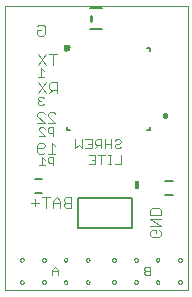
<source format=gbo>
G75*
%MOIN*%
%OFA0B0*%
%FSLAX25Y25*%
%IPPOS*%
%LPD*%
%AMOC8*
5,1,8,0,0,1.08239X$1,22.5*
%
%ADD10C,0.00000*%
%ADD11C,0.00300*%
%ADD12C,0.00400*%
%ADD13C,0.00500*%
%ADD14R,0.02362X0.02362*%
%ADD15C,0.00800*%
%ADD16C,0.00984*%
%ADD17C,0.01600*%
%ADD18C,0.00600*%
%ADD19R,0.01600X0.02800*%
D10*
X0051468Y0044415D02*
X0112491Y0044415D01*
X0112491Y0087722D01*
X0112491Y0079848D02*
X0112491Y0138903D01*
X0051468Y0138903D01*
X0051468Y0044415D01*
X0056625Y0047013D02*
X0056627Y0047061D01*
X0056633Y0047109D01*
X0056643Y0047156D01*
X0056656Y0047202D01*
X0056674Y0047247D01*
X0056694Y0047291D01*
X0056719Y0047333D01*
X0056747Y0047372D01*
X0056777Y0047409D01*
X0056811Y0047443D01*
X0056848Y0047475D01*
X0056886Y0047504D01*
X0056927Y0047529D01*
X0056970Y0047551D01*
X0057015Y0047569D01*
X0057061Y0047583D01*
X0057108Y0047594D01*
X0057156Y0047601D01*
X0057204Y0047604D01*
X0057252Y0047603D01*
X0057300Y0047598D01*
X0057348Y0047589D01*
X0057394Y0047577D01*
X0057439Y0047560D01*
X0057483Y0047540D01*
X0057525Y0047517D01*
X0057565Y0047490D01*
X0057603Y0047460D01*
X0057638Y0047427D01*
X0057670Y0047391D01*
X0057700Y0047353D01*
X0057726Y0047312D01*
X0057748Y0047269D01*
X0057768Y0047225D01*
X0057783Y0047180D01*
X0057795Y0047133D01*
X0057803Y0047085D01*
X0057807Y0047037D01*
X0057807Y0046989D01*
X0057803Y0046941D01*
X0057795Y0046893D01*
X0057783Y0046846D01*
X0057768Y0046801D01*
X0057748Y0046757D01*
X0057726Y0046714D01*
X0057700Y0046673D01*
X0057670Y0046635D01*
X0057638Y0046599D01*
X0057603Y0046566D01*
X0057565Y0046536D01*
X0057525Y0046509D01*
X0057483Y0046486D01*
X0057439Y0046466D01*
X0057394Y0046449D01*
X0057348Y0046437D01*
X0057300Y0046428D01*
X0057252Y0046423D01*
X0057204Y0046422D01*
X0057156Y0046425D01*
X0057108Y0046432D01*
X0057061Y0046443D01*
X0057015Y0046457D01*
X0056970Y0046475D01*
X0056927Y0046497D01*
X0056886Y0046522D01*
X0056848Y0046551D01*
X0056811Y0046583D01*
X0056777Y0046617D01*
X0056747Y0046654D01*
X0056719Y0046693D01*
X0056694Y0046735D01*
X0056674Y0046779D01*
X0056656Y0046824D01*
X0056643Y0046870D01*
X0056633Y0046917D01*
X0056627Y0046965D01*
X0056625Y0047013D01*
X0056625Y0054415D02*
X0056627Y0054463D01*
X0056633Y0054511D01*
X0056643Y0054558D01*
X0056656Y0054604D01*
X0056674Y0054649D01*
X0056694Y0054693D01*
X0056719Y0054735D01*
X0056747Y0054774D01*
X0056777Y0054811D01*
X0056811Y0054845D01*
X0056848Y0054877D01*
X0056886Y0054906D01*
X0056927Y0054931D01*
X0056970Y0054953D01*
X0057015Y0054971D01*
X0057061Y0054985D01*
X0057108Y0054996D01*
X0057156Y0055003D01*
X0057204Y0055006D01*
X0057252Y0055005D01*
X0057300Y0055000D01*
X0057348Y0054991D01*
X0057394Y0054979D01*
X0057439Y0054962D01*
X0057483Y0054942D01*
X0057525Y0054919D01*
X0057565Y0054892D01*
X0057603Y0054862D01*
X0057638Y0054829D01*
X0057670Y0054793D01*
X0057700Y0054755D01*
X0057726Y0054714D01*
X0057748Y0054671D01*
X0057768Y0054627D01*
X0057783Y0054582D01*
X0057795Y0054535D01*
X0057803Y0054487D01*
X0057807Y0054439D01*
X0057807Y0054391D01*
X0057803Y0054343D01*
X0057795Y0054295D01*
X0057783Y0054248D01*
X0057768Y0054203D01*
X0057748Y0054159D01*
X0057726Y0054116D01*
X0057700Y0054075D01*
X0057670Y0054037D01*
X0057638Y0054001D01*
X0057603Y0053968D01*
X0057565Y0053938D01*
X0057525Y0053911D01*
X0057483Y0053888D01*
X0057439Y0053868D01*
X0057394Y0053851D01*
X0057348Y0053839D01*
X0057300Y0053830D01*
X0057252Y0053825D01*
X0057204Y0053824D01*
X0057156Y0053827D01*
X0057108Y0053834D01*
X0057061Y0053845D01*
X0057015Y0053859D01*
X0056970Y0053877D01*
X0056927Y0053899D01*
X0056886Y0053924D01*
X0056848Y0053953D01*
X0056811Y0053985D01*
X0056777Y0054019D01*
X0056747Y0054056D01*
X0056719Y0054095D01*
X0056694Y0054137D01*
X0056674Y0054181D01*
X0056656Y0054226D01*
X0056643Y0054272D01*
X0056633Y0054319D01*
X0056627Y0054367D01*
X0056625Y0054415D01*
X0064026Y0054415D02*
X0064028Y0054463D01*
X0064034Y0054511D01*
X0064044Y0054558D01*
X0064057Y0054604D01*
X0064075Y0054649D01*
X0064095Y0054693D01*
X0064120Y0054735D01*
X0064148Y0054774D01*
X0064178Y0054811D01*
X0064212Y0054845D01*
X0064249Y0054877D01*
X0064287Y0054906D01*
X0064328Y0054931D01*
X0064371Y0054953D01*
X0064416Y0054971D01*
X0064462Y0054985D01*
X0064509Y0054996D01*
X0064557Y0055003D01*
X0064605Y0055006D01*
X0064653Y0055005D01*
X0064701Y0055000D01*
X0064749Y0054991D01*
X0064795Y0054979D01*
X0064840Y0054962D01*
X0064884Y0054942D01*
X0064926Y0054919D01*
X0064966Y0054892D01*
X0065004Y0054862D01*
X0065039Y0054829D01*
X0065071Y0054793D01*
X0065101Y0054755D01*
X0065127Y0054714D01*
X0065149Y0054671D01*
X0065169Y0054627D01*
X0065184Y0054582D01*
X0065196Y0054535D01*
X0065204Y0054487D01*
X0065208Y0054439D01*
X0065208Y0054391D01*
X0065204Y0054343D01*
X0065196Y0054295D01*
X0065184Y0054248D01*
X0065169Y0054203D01*
X0065149Y0054159D01*
X0065127Y0054116D01*
X0065101Y0054075D01*
X0065071Y0054037D01*
X0065039Y0054001D01*
X0065004Y0053968D01*
X0064966Y0053938D01*
X0064926Y0053911D01*
X0064884Y0053888D01*
X0064840Y0053868D01*
X0064795Y0053851D01*
X0064749Y0053839D01*
X0064701Y0053830D01*
X0064653Y0053825D01*
X0064605Y0053824D01*
X0064557Y0053827D01*
X0064509Y0053834D01*
X0064462Y0053845D01*
X0064416Y0053859D01*
X0064371Y0053877D01*
X0064328Y0053899D01*
X0064287Y0053924D01*
X0064249Y0053953D01*
X0064212Y0053985D01*
X0064178Y0054019D01*
X0064148Y0054056D01*
X0064120Y0054095D01*
X0064095Y0054137D01*
X0064075Y0054181D01*
X0064057Y0054226D01*
X0064044Y0054272D01*
X0064034Y0054319D01*
X0064028Y0054367D01*
X0064026Y0054415D01*
X0064026Y0047013D02*
X0064028Y0047061D01*
X0064034Y0047109D01*
X0064044Y0047156D01*
X0064057Y0047202D01*
X0064075Y0047247D01*
X0064095Y0047291D01*
X0064120Y0047333D01*
X0064148Y0047372D01*
X0064178Y0047409D01*
X0064212Y0047443D01*
X0064249Y0047475D01*
X0064287Y0047504D01*
X0064328Y0047529D01*
X0064371Y0047551D01*
X0064416Y0047569D01*
X0064462Y0047583D01*
X0064509Y0047594D01*
X0064557Y0047601D01*
X0064605Y0047604D01*
X0064653Y0047603D01*
X0064701Y0047598D01*
X0064749Y0047589D01*
X0064795Y0047577D01*
X0064840Y0047560D01*
X0064884Y0047540D01*
X0064926Y0047517D01*
X0064966Y0047490D01*
X0065004Y0047460D01*
X0065039Y0047427D01*
X0065071Y0047391D01*
X0065101Y0047353D01*
X0065127Y0047312D01*
X0065149Y0047269D01*
X0065169Y0047225D01*
X0065184Y0047180D01*
X0065196Y0047133D01*
X0065204Y0047085D01*
X0065208Y0047037D01*
X0065208Y0046989D01*
X0065204Y0046941D01*
X0065196Y0046893D01*
X0065184Y0046846D01*
X0065169Y0046801D01*
X0065149Y0046757D01*
X0065127Y0046714D01*
X0065101Y0046673D01*
X0065071Y0046635D01*
X0065039Y0046599D01*
X0065004Y0046566D01*
X0064966Y0046536D01*
X0064926Y0046509D01*
X0064884Y0046486D01*
X0064840Y0046466D01*
X0064795Y0046449D01*
X0064749Y0046437D01*
X0064701Y0046428D01*
X0064653Y0046423D01*
X0064605Y0046422D01*
X0064557Y0046425D01*
X0064509Y0046432D01*
X0064462Y0046443D01*
X0064416Y0046457D01*
X0064371Y0046475D01*
X0064328Y0046497D01*
X0064287Y0046522D01*
X0064249Y0046551D01*
X0064212Y0046583D01*
X0064178Y0046617D01*
X0064148Y0046654D01*
X0064120Y0046693D01*
X0064095Y0046735D01*
X0064075Y0046779D01*
X0064057Y0046824D01*
X0064044Y0046870D01*
X0064034Y0046917D01*
X0064028Y0046965D01*
X0064026Y0047013D01*
X0071192Y0047013D02*
X0071194Y0047061D01*
X0071200Y0047109D01*
X0071210Y0047156D01*
X0071223Y0047202D01*
X0071241Y0047247D01*
X0071261Y0047291D01*
X0071286Y0047333D01*
X0071314Y0047372D01*
X0071344Y0047409D01*
X0071378Y0047443D01*
X0071415Y0047475D01*
X0071453Y0047504D01*
X0071494Y0047529D01*
X0071537Y0047551D01*
X0071582Y0047569D01*
X0071628Y0047583D01*
X0071675Y0047594D01*
X0071723Y0047601D01*
X0071771Y0047604D01*
X0071819Y0047603D01*
X0071867Y0047598D01*
X0071915Y0047589D01*
X0071961Y0047577D01*
X0072006Y0047560D01*
X0072050Y0047540D01*
X0072092Y0047517D01*
X0072132Y0047490D01*
X0072170Y0047460D01*
X0072205Y0047427D01*
X0072237Y0047391D01*
X0072267Y0047353D01*
X0072293Y0047312D01*
X0072315Y0047269D01*
X0072335Y0047225D01*
X0072350Y0047180D01*
X0072362Y0047133D01*
X0072370Y0047085D01*
X0072374Y0047037D01*
X0072374Y0046989D01*
X0072370Y0046941D01*
X0072362Y0046893D01*
X0072350Y0046846D01*
X0072335Y0046801D01*
X0072315Y0046757D01*
X0072293Y0046714D01*
X0072267Y0046673D01*
X0072237Y0046635D01*
X0072205Y0046599D01*
X0072170Y0046566D01*
X0072132Y0046536D01*
X0072092Y0046509D01*
X0072050Y0046486D01*
X0072006Y0046466D01*
X0071961Y0046449D01*
X0071915Y0046437D01*
X0071867Y0046428D01*
X0071819Y0046423D01*
X0071771Y0046422D01*
X0071723Y0046425D01*
X0071675Y0046432D01*
X0071628Y0046443D01*
X0071582Y0046457D01*
X0071537Y0046475D01*
X0071494Y0046497D01*
X0071453Y0046522D01*
X0071415Y0046551D01*
X0071378Y0046583D01*
X0071344Y0046617D01*
X0071314Y0046654D01*
X0071286Y0046693D01*
X0071261Y0046735D01*
X0071241Y0046779D01*
X0071223Y0046824D01*
X0071210Y0046870D01*
X0071200Y0046917D01*
X0071194Y0046965D01*
X0071192Y0047013D01*
X0071192Y0054415D02*
X0071194Y0054463D01*
X0071200Y0054511D01*
X0071210Y0054558D01*
X0071223Y0054604D01*
X0071241Y0054649D01*
X0071261Y0054693D01*
X0071286Y0054735D01*
X0071314Y0054774D01*
X0071344Y0054811D01*
X0071378Y0054845D01*
X0071415Y0054877D01*
X0071453Y0054906D01*
X0071494Y0054931D01*
X0071537Y0054953D01*
X0071582Y0054971D01*
X0071628Y0054985D01*
X0071675Y0054996D01*
X0071723Y0055003D01*
X0071771Y0055006D01*
X0071819Y0055005D01*
X0071867Y0055000D01*
X0071915Y0054991D01*
X0071961Y0054979D01*
X0072006Y0054962D01*
X0072050Y0054942D01*
X0072092Y0054919D01*
X0072132Y0054892D01*
X0072170Y0054862D01*
X0072205Y0054829D01*
X0072237Y0054793D01*
X0072267Y0054755D01*
X0072293Y0054714D01*
X0072315Y0054671D01*
X0072335Y0054627D01*
X0072350Y0054582D01*
X0072362Y0054535D01*
X0072370Y0054487D01*
X0072374Y0054439D01*
X0072374Y0054391D01*
X0072370Y0054343D01*
X0072362Y0054295D01*
X0072350Y0054248D01*
X0072335Y0054203D01*
X0072315Y0054159D01*
X0072293Y0054116D01*
X0072267Y0054075D01*
X0072237Y0054037D01*
X0072205Y0054001D01*
X0072170Y0053968D01*
X0072132Y0053938D01*
X0072092Y0053911D01*
X0072050Y0053888D01*
X0072006Y0053868D01*
X0071961Y0053851D01*
X0071915Y0053839D01*
X0071867Y0053830D01*
X0071819Y0053825D01*
X0071771Y0053824D01*
X0071723Y0053827D01*
X0071675Y0053834D01*
X0071628Y0053845D01*
X0071582Y0053859D01*
X0071537Y0053877D01*
X0071494Y0053899D01*
X0071453Y0053924D01*
X0071415Y0053953D01*
X0071378Y0053985D01*
X0071344Y0054019D01*
X0071314Y0054056D01*
X0071286Y0054095D01*
X0071261Y0054137D01*
X0071241Y0054181D01*
X0071223Y0054226D01*
X0071210Y0054272D01*
X0071200Y0054319D01*
X0071194Y0054367D01*
X0071192Y0054415D01*
X0078593Y0054415D02*
X0078595Y0054463D01*
X0078601Y0054511D01*
X0078611Y0054558D01*
X0078624Y0054604D01*
X0078642Y0054649D01*
X0078662Y0054693D01*
X0078687Y0054735D01*
X0078715Y0054774D01*
X0078745Y0054811D01*
X0078779Y0054845D01*
X0078816Y0054877D01*
X0078854Y0054906D01*
X0078895Y0054931D01*
X0078938Y0054953D01*
X0078983Y0054971D01*
X0079029Y0054985D01*
X0079076Y0054996D01*
X0079124Y0055003D01*
X0079172Y0055006D01*
X0079220Y0055005D01*
X0079268Y0055000D01*
X0079316Y0054991D01*
X0079362Y0054979D01*
X0079407Y0054962D01*
X0079451Y0054942D01*
X0079493Y0054919D01*
X0079533Y0054892D01*
X0079571Y0054862D01*
X0079606Y0054829D01*
X0079638Y0054793D01*
X0079668Y0054755D01*
X0079694Y0054714D01*
X0079716Y0054671D01*
X0079736Y0054627D01*
X0079751Y0054582D01*
X0079763Y0054535D01*
X0079771Y0054487D01*
X0079775Y0054439D01*
X0079775Y0054391D01*
X0079771Y0054343D01*
X0079763Y0054295D01*
X0079751Y0054248D01*
X0079736Y0054203D01*
X0079716Y0054159D01*
X0079694Y0054116D01*
X0079668Y0054075D01*
X0079638Y0054037D01*
X0079606Y0054001D01*
X0079571Y0053968D01*
X0079533Y0053938D01*
X0079493Y0053911D01*
X0079451Y0053888D01*
X0079407Y0053868D01*
X0079362Y0053851D01*
X0079316Y0053839D01*
X0079268Y0053830D01*
X0079220Y0053825D01*
X0079172Y0053824D01*
X0079124Y0053827D01*
X0079076Y0053834D01*
X0079029Y0053845D01*
X0078983Y0053859D01*
X0078938Y0053877D01*
X0078895Y0053899D01*
X0078854Y0053924D01*
X0078816Y0053953D01*
X0078779Y0053985D01*
X0078745Y0054019D01*
X0078715Y0054056D01*
X0078687Y0054095D01*
X0078662Y0054137D01*
X0078642Y0054181D01*
X0078624Y0054226D01*
X0078611Y0054272D01*
X0078601Y0054319D01*
X0078595Y0054367D01*
X0078593Y0054415D01*
X0078593Y0047013D02*
X0078595Y0047061D01*
X0078601Y0047109D01*
X0078611Y0047156D01*
X0078624Y0047202D01*
X0078642Y0047247D01*
X0078662Y0047291D01*
X0078687Y0047333D01*
X0078715Y0047372D01*
X0078745Y0047409D01*
X0078779Y0047443D01*
X0078816Y0047475D01*
X0078854Y0047504D01*
X0078895Y0047529D01*
X0078938Y0047551D01*
X0078983Y0047569D01*
X0079029Y0047583D01*
X0079076Y0047594D01*
X0079124Y0047601D01*
X0079172Y0047604D01*
X0079220Y0047603D01*
X0079268Y0047598D01*
X0079316Y0047589D01*
X0079362Y0047577D01*
X0079407Y0047560D01*
X0079451Y0047540D01*
X0079493Y0047517D01*
X0079533Y0047490D01*
X0079571Y0047460D01*
X0079606Y0047427D01*
X0079638Y0047391D01*
X0079668Y0047353D01*
X0079694Y0047312D01*
X0079716Y0047269D01*
X0079736Y0047225D01*
X0079751Y0047180D01*
X0079763Y0047133D01*
X0079771Y0047085D01*
X0079775Y0047037D01*
X0079775Y0046989D01*
X0079771Y0046941D01*
X0079763Y0046893D01*
X0079751Y0046846D01*
X0079736Y0046801D01*
X0079716Y0046757D01*
X0079694Y0046714D01*
X0079668Y0046673D01*
X0079638Y0046635D01*
X0079606Y0046599D01*
X0079571Y0046566D01*
X0079533Y0046536D01*
X0079493Y0046509D01*
X0079451Y0046486D01*
X0079407Y0046466D01*
X0079362Y0046449D01*
X0079316Y0046437D01*
X0079268Y0046428D01*
X0079220Y0046423D01*
X0079172Y0046422D01*
X0079124Y0046425D01*
X0079076Y0046432D01*
X0079029Y0046443D01*
X0078983Y0046457D01*
X0078938Y0046475D01*
X0078895Y0046497D01*
X0078854Y0046522D01*
X0078816Y0046551D01*
X0078779Y0046583D01*
X0078745Y0046617D01*
X0078715Y0046654D01*
X0078687Y0046693D01*
X0078662Y0046735D01*
X0078642Y0046779D01*
X0078624Y0046824D01*
X0078611Y0046870D01*
X0078601Y0046917D01*
X0078595Y0046965D01*
X0078593Y0047013D01*
X0087333Y0047013D02*
X0087335Y0047061D01*
X0087341Y0047109D01*
X0087351Y0047156D01*
X0087364Y0047202D01*
X0087382Y0047247D01*
X0087402Y0047291D01*
X0087427Y0047333D01*
X0087455Y0047372D01*
X0087485Y0047409D01*
X0087519Y0047443D01*
X0087556Y0047475D01*
X0087594Y0047504D01*
X0087635Y0047529D01*
X0087678Y0047551D01*
X0087723Y0047569D01*
X0087769Y0047583D01*
X0087816Y0047594D01*
X0087864Y0047601D01*
X0087912Y0047604D01*
X0087960Y0047603D01*
X0088008Y0047598D01*
X0088056Y0047589D01*
X0088102Y0047577D01*
X0088147Y0047560D01*
X0088191Y0047540D01*
X0088233Y0047517D01*
X0088273Y0047490D01*
X0088311Y0047460D01*
X0088346Y0047427D01*
X0088378Y0047391D01*
X0088408Y0047353D01*
X0088434Y0047312D01*
X0088456Y0047269D01*
X0088476Y0047225D01*
X0088491Y0047180D01*
X0088503Y0047133D01*
X0088511Y0047085D01*
X0088515Y0047037D01*
X0088515Y0046989D01*
X0088511Y0046941D01*
X0088503Y0046893D01*
X0088491Y0046846D01*
X0088476Y0046801D01*
X0088456Y0046757D01*
X0088434Y0046714D01*
X0088408Y0046673D01*
X0088378Y0046635D01*
X0088346Y0046599D01*
X0088311Y0046566D01*
X0088273Y0046536D01*
X0088233Y0046509D01*
X0088191Y0046486D01*
X0088147Y0046466D01*
X0088102Y0046449D01*
X0088056Y0046437D01*
X0088008Y0046428D01*
X0087960Y0046423D01*
X0087912Y0046422D01*
X0087864Y0046425D01*
X0087816Y0046432D01*
X0087769Y0046443D01*
X0087723Y0046457D01*
X0087678Y0046475D01*
X0087635Y0046497D01*
X0087594Y0046522D01*
X0087556Y0046551D01*
X0087519Y0046583D01*
X0087485Y0046617D01*
X0087455Y0046654D01*
X0087427Y0046693D01*
X0087402Y0046735D01*
X0087382Y0046779D01*
X0087364Y0046824D01*
X0087351Y0046870D01*
X0087341Y0046917D01*
X0087335Y0046965D01*
X0087333Y0047013D01*
X0087333Y0054415D02*
X0087335Y0054463D01*
X0087341Y0054511D01*
X0087351Y0054558D01*
X0087364Y0054604D01*
X0087382Y0054649D01*
X0087402Y0054693D01*
X0087427Y0054735D01*
X0087455Y0054774D01*
X0087485Y0054811D01*
X0087519Y0054845D01*
X0087556Y0054877D01*
X0087594Y0054906D01*
X0087635Y0054931D01*
X0087678Y0054953D01*
X0087723Y0054971D01*
X0087769Y0054985D01*
X0087816Y0054996D01*
X0087864Y0055003D01*
X0087912Y0055006D01*
X0087960Y0055005D01*
X0088008Y0055000D01*
X0088056Y0054991D01*
X0088102Y0054979D01*
X0088147Y0054962D01*
X0088191Y0054942D01*
X0088233Y0054919D01*
X0088273Y0054892D01*
X0088311Y0054862D01*
X0088346Y0054829D01*
X0088378Y0054793D01*
X0088408Y0054755D01*
X0088434Y0054714D01*
X0088456Y0054671D01*
X0088476Y0054627D01*
X0088491Y0054582D01*
X0088503Y0054535D01*
X0088511Y0054487D01*
X0088515Y0054439D01*
X0088515Y0054391D01*
X0088511Y0054343D01*
X0088503Y0054295D01*
X0088491Y0054248D01*
X0088476Y0054203D01*
X0088456Y0054159D01*
X0088434Y0054116D01*
X0088408Y0054075D01*
X0088378Y0054037D01*
X0088346Y0054001D01*
X0088311Y0053968D01*
X0088273Y0053938D01*
X0088233Y0053911D01*
X0088191Y0053888D01*
X0088147Y0053868D01*
X0088102Y0053851D01*
X0088056Y0053839D01*
X0088008Y0053830D01*
X0087960Y0053825D01*
X0087912Y0053824D01*
X0087864Y0053827D01*
X0087816Y0053834D01*
X0087769Y0053845D01*
X0087723Y0053859D01*
X0087678Y0053877D01*
X0087635Y0053899D01*
X0087594Y0053924D01*
X0087556Y0053953D01*
X0087519Y0053985D01*
X0087485Y0054019D01*
X0087455Y0054056D01*
X0087427Y0054095D01*
X0087402Y0054137D01*
X0087382Y0054181D01*
X0087364Y0054226D01*
X0087351Y0054272D01*
X0087341Y0054319D01*
X0087335Y0054367D01*
X0087333Y0054415D01*
X0094735Y0054415D02*
X0094737Y0054463D01*
X0094743Y0054511D01*
X0094753Y0054558D01*
X0094766Y0054604D01*
X0094784Y0054649D01*
X0094804Y0054693D01*
X0094829Y0054735D01*
X0094857Y0054774D01*
X0094887Y0054811D01*
X0094921Y0054845D01*
X0094958Y0054877D01*
X0094996Y0054906D01*
X0095037Y0054931D01*
X0095080Y0054953D01*
X0095125Y0054971D01*
X0095171Y0054985D01*
X0095218Y0054996D01*
X0095266Y0055003D01*
X0095314Y0055006D01*
X0095362Y0055005D01*
X0095410Y0055000D01*
X0095458Y0054991D01*
X0095504Y0054979D01*
X0095549Y0054962D01*
X0095593Y0054942D01*
X0095635Y0054919D01*
X0095675Y0054892D01*
X0095713Y0054862D01*
X0095748Y0054829D01*
X0095780Y0054793D01*
X0095810Y0054755D01*
X0095836Y0054714D01*
X0095858Y0054671D01*
X0095878Y0054627D01*
X0095893Y0054582D01*
X0095905Y0054535D01*
X0095913Y0054487D01*
X0095917Y0054439D01*
X0095917Y0054391D01*
X0095913Y0054343D01*
X0095905Y0054295D01*
X0095893Y0054248D01*
X0095878Y0054203D01*
X0095858Y0054159D01*
X0095836Y0054116D01*
X0095810Y0054075D01*
X0095780Y0054037D01*
X0095748Y0054001D01*
X0095713Y0053968D01*
X0095675Y0053938D01*
X0095635Y0053911D01*
X0095593Y0053888D01*
X0095549Y0053868D01*
X0095504Y0053851D01*
X0095458Y0053839D01*
X0095410Y0053830D01*
X0095362Y0053825D01*
X0095314Y0053824D01*
X0095266Y0053827D01*
X0095218Y0053834D01*
X0095171Y0053845D01*
X0095125Y0053859D01*
X0095080Y0053877D01*
X0095037Y0053899D01*
X0094996Y0053924D01*
X0094958Y0053953D01*
X0094921Y0053985D01*
X0094887Y0054019D01*
X0094857Y0054056D01*
X0094829Y0054095D01*
X0094804Y0054137D01*
X0094784Y0054181D01*
X0094766Y0054226D01*
X0094753Y0054272D01*
X0094743Y0054319D01*
X0094737Y0054367D01*
X0094735Y0054415D01*
X0094735Y0047013D02*
X0094737Y0047061D01*
X0094743Y0047109D01*
X0094753Y0047156D01*
X0094766Y0047202D01*
X0094784Y0047247D01*
X0094804Y0047291D01*
X0094829Y0047333D01*
X0094857Y0047372D01*
X0094887Y0047409D01*
X0094921Y0047443D01*
X0094958Y0047475D01*
X0094996Y0047504D01*
X0095037Y0047529D01*
X0095080Y0047551D01*
X0095125Y0047569D01*
X0095171Y0047583D01*
X0095218Y0047594D01*
X0095266Y0047601D01*
X0095314Y0047604D01*
X0095362Y0047603D01*
X0095410Y0047598D01*
X0095458Y0047589D01*
X0095504Y0047577D01*
X0095549Y0047560D01*
X0095593Y0047540D01*
X0095635Y0047517D01*
X0095675Y0047490D01*
X0095713Y0047460D01*
X0095748Y0047427D01*
X0095780Y0047391D01*
X0095810Y0047353D01*
X0095836Y0047312D01*
X0095858Y0047269D01*
X0095878Y0047225D01*
X0095893Y0047180D01*
X0095905Y0047133D01*
X0095913Y0047085D01*
X0095917Y0047037D01*
X0095917Y0046989D01*
X0095913Y0046941D01*
X0095905Y0046893D01*
X0095893Y0046846D01*
X0095878Y0046801D01*
X0095858Y0046757D01*
X0095836Y0046714D01*
X0095810Y0046673D01*
X0095780Y0046635D01*
X0095748Y0046599D01*
X0095713Y0046566D01*
X0095675Y0046536D01*
X0095635Y0046509D01*
X0095593Y0046486D01*
X0095549Y0046466D01*
X0095504Y0046449D01*
X0095458Y0046437D01*
X0095410Y0046428D01*
X0095362Y0046423D01*
X0095314Y0046422D01*
X0095266Y0046425D01*
X0095218Y0046432D01*
X0095171Y0046443D01*
X0095125Y0046457D01*
X0095080Y0046475D01*
X0095037Y0046497D01*
X0094996Y0046522D01*
X0094958Y0046551D01*
X0094921Y0046583D01*
X0094887Y0046617D01*
X0094857Y0046654D01*
X0094829Y0046693D01*
X0094804Y0046735D01*
X0094784Y0046779D01*
X0094766Y0046824D01*
X0094753Y0046870D01*
X0094743Y0046917D01*
X0094737Y0046965D01*
X0094735Y0047013D01*
X0101900Y0047013D02*
X0101902Y0047061D01*
X0101908Y0047109D01*
X0101918Y0047156D01*
X0101931Y0047202D01*
X0101949Y0047247D01*
X0101969Y0047291D01*
X0101994Y0047333D01*
X0102022Y0047372D01*
X0102052Y0047409D01*
X0102086Y0047443D01*
X0102123Y0047475D01*
X0102161Y0047504D01*
X0102202Y0047529D01*
X0102245Y0047551D01*
X0102290Y0047569D01*
X0102336Y0047583D01*
X0102383Y0047594D01*
X0102431Y0047601D01*
X0102479Y0047604D01*
X0102527Y0047603D01*
X0102575Y0047598D01*
X0102623Y0047589D01*
X0102669Y0047577D01*
X0102714Y0047560D01*
X0102758Y0047540D01*
X0102800Y0047517D01*
X0102840Y0047490D01*
X0102878Y0047460D01*
X0102913Y0047427D01*
X0102945Y0047391D01*
X0102975Y0047353D01*
X0103001Y0047312D01*
X0103023Y0047269D01*
X0103043Y0047225D01*
X0103058Y0047180D01*
X0103070Y0047133D01*
X0103078Y0047085D01*
X0103082Y0047037D01*
X0103082Y0046989D01*
X0103078Y0046941D01*
X0103070Y0046893D01*
X0103058Y0046846D01*
X0103043Y0046801D01*
X0103023Y0046757D01*
X0103001Y0046714D01*
X0102975Y0046673D01*
X0102945Y0046635D01*
X0102913Y0046599D01*
X0102878Y0046566D01*
X0102840Y0046536D01*
X0102800Y0046509D01*
X0102758Y0046486D01*
X0102714Y0046466D01*
X0102669Y0046449D01*
X0102623Y0046437D01*
X0102575Y0046428D01*
X0102527Y0046423D01*
X0102479Y0046422D01*
X0102431Y0046425D01*
X0102383Y0046432D01*
X0102336Y0046443D01*
X0102290Y0046457D01*
X0102245Y0046475D01*
X0102202Y0046497D01*
X0102161Y0046522D01*
X0102123Y0046551D01*
X0102086Y0046583D01*
X0102052Y0046617D01*
X0102022Y0046654D01*
X0101994Y0046693D01*
X0101969Y0046735D01*
X0101949Y0046779D01*
X0101931Y0046824D01*
X0101918Y0046870D01*
X0101908Y0046917D01*
X0101902Y0046965D01*
X0101900Y0047013D01*
X0101900Y0054415D02*
X0101902Y0054463D01*
X0101908Y0054511D01*
X0101918Y0054558D01*
X0101931Y0054604D01*
X0101949Y0054649D01*
X0101969Y0054693D01*
X0101994Y0054735D01*
X0102022Y0054774D01*
X0102052Y0054811D01*
X0102086Y0054845D01*
X0102123Y0054877D01*
X0102161Y0054906D01*
X0102202Y0054931D01*
X0102245Y0054953D01*
X0102290Y0054971D01*
X0102336Y0054985D01*
X0102383Y0054996D01*
X0102431Y0055003D01*
X0102479Y0055006D01*
X0102527Y0055005D01*
X0102575Y0055000D01*
X0102623Y0054991D01*
X0102669Y0054979D01*
X0102714Y0054962D01*
X0102758Y0054942D01*
X0102800Y0054919D01*
X0102840Y0054892D01*
X0102878Y0054862D01*
X0102913Y0054829D01*
X0102945Y0054793D01*
X0102975Y0054755D01*
X0103001Y0054714D01*
X0103023Y0054671D01*
X0103043Y0054627D01*
X0103058Y0054582D01*
X0103070Y0054535D01*
X0103078Y0054487D01*
X0103082Y0054439D01*
X0103082Y0054391D01*
X0103078Y0054343D01*
X0103070Y0054295D01*
X0103058Y0054248D01*
X0103043Y0054203D01*
X0103023Y0054159D01*
X0103001Y0054116D01*
X0102975Y0054075D01*
X0102945Y0054037D01*
X0102913Y0054001D01*
X0102878Y0053968D01*
X0102840Y0053938D01*
X0102800Y0053911D01*
X0102758Y0053888D01*
X0102714Y0053868D01*
X0102669Y0053851D01*
X0102623Y0053839D01*
X0102575Y0053830D01*
X0102527Y0053825D01*
X0102479Y0053824D01*
X0102431Y0053827D01*
X0102383Y0053834D01*
X0102336Y0053845D01*
X0102290Y0053859D01*
X0102245Y0053877D01*
X0102202Y0053899D01*
X0102161Y0053924D01*
X0102123Y0053953D01*
X0102086Y0053985D01*
X0102052Y0054019D01*
X0102022Y0054056D01*
X0101994Y0054095D01*
X0101969Y0054137D01*
X0101949Y0054181D01*
X0101931Y0054226D01*
X0101918Y0054272D01*
X0101908Y0054319D01*
X0101902Y0054367D01*
X0101900Y0054415D01*
X0109302Y0054415D02*
X0109304Y0054463D01*
X0109310Y0054511D01*
X0109320Y0054558D01*
X0109333Y0054604D01*
X0109351Y0054649D01*
X0109371Y0054693D01*
X0109396Y0054735D01*
X0109424Y0054774D01*
X0109454Y0054811D01*
X0109488Y0054845D01*
X0109525Y0054877D01*
X0109563Y0054906D01*
X0109604Y0054931D01*
X0109647Y0054953D01*
X0109692Y0054971D01*
X0109738Y0054985D01*
X0109785Y0054996D01*
X0109833Y0055003D01*
X0109881Y0055006D01*
X0109929Y0055005D01*
X0109977Y0055000D01*
X0110025Y0054991D01*
X0110071Y0054979D01*
X0110116Y0054962D01*
X0110160Y0054942D01*
X0110202Y0054919D01*
X0110242Y0054892D01*
X0110280Y0054862D01*
X0110315Y0054829D01*
X0110347Y0054793D01*
X0110377Y0054755D01*
X0110403Y0054714D01*
X0110425Y0054671D01*
X0110445Y0054627D01*
X0110460Y0054582D01*
X0110472Y0054535D01*
X0110480Y0054487D01*
X0110484Y0054439D01*
X0110484Y0054391D01*
X0110480Y0054343D01*
X0110472Y0054295D01*
X0110460Y0054248D01*
X0110445Y0054203D01*
X0110425Y0054159D01*
X0110403Y0054116D01*
X0110377Y0054075D01*
X0110347Y0054037D01*
X0110315Y0054001D01*
X0110280Y0053968D01*
X0110242Y0053938D01*
X0110202Y0053911D01*
X0110160Y0053888D01*
X0110116Y0053868D01*
X0110071Y0053851D01*
X0110025Y0053839D01*
X0109977Y0053830D01*
X0109929Y0053825D01*
X0109881Y0053824D01*
X0109833Y0053827D01*
X0109785Y0053834D01*
X0109738Y0053845D01*
X0109692Y0053859D01*
X0109647Y0053877D01*
X0109604Y0053899D01*
X0109563Y0053924D01*
X0109525Y0053953D01*
X0109488Y0053985D01*
X0109454Y0054019D01*
X0109424Y0054056D01*
X0109396Y0054095D01*
X0109371Y0054137D01*
X0109351Y0054181D01*
X0109333Y0054226D01*
X0109320Y0054272D01*
X0109310Y0054319D01*
X0109304Y0054367D01*
X0109302Y0054415D01*
X0109302Y0047013D02*
X0109304Y0047061D01*
X0109310Y0047109D01*
X0109320Y0047156D01*
X0109333Y0047202D01*
X0109351Y0047247D01*
X0109371Y0047291D01*
X0109396Y0047333D01*
X0109424Y0047372D01*
X0109454Y0047409D01*
X0109488Y0047443D01*
X0109525Y0047475D01*
X0109563Y0047504D01*
X0109604Y0047529D01*
X0109647Y0047551D01*
X0109692Y0047569D01*
X0109738Y0047583D01*
X0109785Y0047594D01*
X0109833Y0047601D01*
X0109881Y0047604D01*
X0109929Y0047603D01*
X0109977Y0047598D01*
X0110025Y0047589D01*
X0110071Y0047577D01*
X0110116Y0047560D01*
X0110160Y0047540D01*
X0110202Y0047517D01*
X0110242Y0047490D01*
X0110280Y0047460D01*
X0110315Y0047427D01*
X0110347Y0047391D01*
X0110377Y0047353D01*
X0110403Y0047312D01*
X0110425Y0047269D01*
X0110445Y0047225D01*
X0110460Y0047180D01*
X0110472Y0047133D01*
X0110480Y0047085D01*
X0110484Y0047037D01*
X0110484Y0046989D01*
X0110480Y0046941D01*
X0110472Y0046893D01*
X0110460Y0046846D01*
X0110445Y0046801D01*
X0110425Y0046757D01*
X0110403Y0046714D01*
X0110377Y0046673D01*
X0110347Y0046635D01*
X0110315Y0046599D01*
X0110280Y0046566D01*
X0110242Y0046536D01*
X0110202Y0046509D01*
X0110160Y0046486D01*
X0110116Y0046466D01*
X0110071Y0046449D01*
X0110025Y0046437D01*
X0109977Y0046428D01*
X0109929Y0046423D01*
X0109881Y0046422D01*
X0109833Y0046425D01*
X0109785Y0046432D01*
X0109738Y0046443D01*
X0109692Y0046457D01*
X0109647Y0046475D01*
X0109604Y0046497D01*
X0109563Y0046522D01*
X0109525Y0046551D01*
X0109488Y0046583D01*
X0109454Y0046617D01*
X0109424Y0046654D01*
X0109396Y0046693D01*
X0109371Y0046735D01*
X0109351Y0046779D01*
X0109333Y0046824D01*
X0109320Y0046870D01*
X0109310Y0046917D01*
X0109304Y0046965D01*
X0109302Y0047013D01*
D11*
X0099933Y0049289D02*
X0098507Y0049289D01*
X0098032Y0049765D01*
X0098032Y0050240D01*
X0098507Y0050715D01*
X0099933Y0050715D01*
X0099933Y0049289D02*
X0099933Y0052141D01*
X0098507Y0052141D01*
X0098032Y0051666D01*
X0098032Y0051191D01*
X0098507Y0050715D01*
X0100650Y0062036D02*
X0100043Y0062643D01*
X0100043Y0063856D01*
X0100650Y0064463D01*
X0101863Y0064463D01*
X0101863Y0063249D01*
X0103076Y0062036D02*
X0100650Y0062036D01*
X0103076Y0062036D02*
X0103683Y0062643D01*
X0103683Y0063856D01*
X0103076Y0064463D01*
X0103683Y0065661D02*
X0100043Y0068088D01*
X0103683Y0068088D01*
X0103683Y0069286D02*
X0103683Y0071106D01*
X0103076Y0071713D01*
X0100650Y0071713D01*
X0100043Y0071106D01*
X0100043Y0069286D01*
X0103683Y0069286D01*
X0103683Y0065661D02*
X0100043Y0065661D01*
X0073692Y0071730D02*
X0071872Y0071730D01*
X0071266Y0072337D01*
X0071266Y0072944D01*
X0071872Y0073550D01*
X0073692Y0073550D01*
X0073692Y0071730D02*
X0073692Y0075370D01*
X0071872Y0075370D01*
X0071266Y0074764D01*
X0071266Y0074157D01*
X0071872Y0073550D01*
X0070067Y0073550D02*
X0067640Y0073550D01*
X0067640Y0074157D02*
X0067640Y0071730D01*
X0065229Y0071730D02*
X0065229Y0075370D01*
X0066442Y0075370D02*
X0064015Y0075370D01*
X0062817Y0073550D02*
X0060390Y0073550D01*
X0061604Y0074764D02*
X0061604Y0072337D01*
X0067640Y0074157D02*
X0068854Y0075370D01*
X0070067Y0074157D01*
X0070067Y0071730D01*
X0067748Y0085904D02*
X0067748Y0088756D01*
X0066322Y0088756D01*
X0065847Y0088280D01*
X0065847Y0087330D01*
X0066322Y0086854D01*
X0067748Y0086854D01*
X0067197Y0089841D02*
X0067197Y0093481D01*
X0068411Y0092267D01*
X0068411Y0089841D02*
X0065984Y0089841D01*
X0064785Y0090447D02*
X0064179Y0089841D01*
X0062965Y0089841D01*
X0062359Y0090447D01*
X0062359Y0092874D01*
X0062965Y0093481D01*
X0064179Y0093481D01*
X0064785Y0092874D01*
X0064785Y0092267D01*
X0064179Y0091661D01*
X0062359Y0091661D01*
X0063897Y0088756D02*
X0063897Y0085904D01*
X0064848Y0085904D02*
X0062946Y0085904D01*
X0064848Y0087805D02*
X0063897Y0088756D01*
X0062946Y0095746D02*
X0064848Y0095746D01*
X0062946Y0097647D01*
X0062946Y0098123D01*
X0063422Y0098598D01*
X0064372Y0098598D01*
X0064848Y0098123D01*
X0065847Y0098123D02*
X0066322Y0098598D01*
X0067748Y0098598D01*
X0067748Y0095746D01*
X0067748Y0096697D02*
X0066322Y0096697D01*
X0065847Y0097172D01*
X0065847Y0098123D01*
X0065984Y0100077D02*
X0068411Y0100077D01*
X0065984Y0102504D01*
X0065984Y0103110D01*
X0066590Y0103717D01*
X0067804Y0103717D01*
X0068411Y0103110D01*
X0064785Y0103110D02*
X0064179Y0103717D01*
X0062965Y0103717D01*
X0062359Y0103110D01*
X0062359Y0102504D01*
X0064785Y0100077D01*
X0062359Y0100077D01*
X0063028Y0105982D02*
X0063979Y0105982D01*
X0064454Y0106458D01*
X0063503Y0107408D02*
X0063028Y0107408D01*
X0062553Y0106933D01*
X0062553Y0106458D01*
X0063028Y0105982D01*
X0063028Y0107408D02*
X0062553Y0107884D01*
X0062553Y0108359D01*
X0063028Y0108834D01*
X0063979Y0108834D01*
X0064454Y0108359D01*
X0065179Y0109919D02*
X0062752Y0113559D01*
X0062553Y0115431D02*
X0064454Y0115431D01*
X0063503Y0115431D02*
X0063503Y0118283D01*
X0064454Y0117333D01*
X0065179Y0119368D02*
X0062752Y0123008D01*
X0065179Y0123008D02*
X0062752Y0119368D01*
X0066377Y0123008D02*
X0068804Y0123008D01*
X0067591Y0123008D02*
X0067591Y0119368D01*
X0066984Y0113559D02*
X0066377Y0112953D01*
X0066377Y0111739D01*
X0066984Y0111133D01*
X0068804Y0111133D01*
X0067591Y0111133D02*
X0066377Y0109919D01*
X0068804Y0109919D02*
X0068804Y0113559D01*
X0066984Y0113559D01*
X0065179Y0113559D02*
X0062752Y0109919D01*
X0062965Y0129211D02*
X0062359Y0129817D01*
X0062359Y0131031D01*
X0063572Y0131031D01*
X0062359Y0132244D02*
X0062965Y0132851D01*
X0064179Y0132851D01*
X0064785Y0132244D01*
X0064785Y0129817D01*
X0064179Y0129211D01*
X0062965Y0129211D01*
X0068234Y0052141D02*
X0067284Y0051191D01*
X0067284Y0049289D01*
X0067284Y0050715D02*
X0069185Y0050715D01*
X0069185Y0051191D02*
X0068234Y0052141D01*
X0069185Y0051191D02*
X0069185Y0049289D01*
D12*
X0079446Y0086249D02*
X0081544Y0086249D01*
X0081544Y0089395D01*
X0079446Y0089395D01*
X0080495Y0087822D02*
X0081544Y0087822D01*
X0082709Y0089395D02*
X0084806Y0089395D01*
X0083758Y0089395D02*
X0083758Y0086249D01*
X0085933Y0086249D02*
X0086981Y0086249D01*
X0086457Y0086249D02*
X0086457Y0089395D01*
X0086981Y0089395D02*
X0085933Y0089395D01*
X0086981Y0091564D02*
X0086981Y0094710D01*
X0088147Y0094185D02*
X0088671Y0094710D01*
X0089720Y0094710D01*
X0090244Y0094185D01*
X0090244Y0093661D01*
X0089720Y0093137D01*
X0088671Y0093137D01*
X0088147Y0092612D01*
X0088147Y0092088D01*
X0088671Y0091564D01*
X0089720Y0091564D01*
X0090244Y0092088D01*
X0090244Y0089395D02*
X0090244Y0086249D01*
X0088147Y0086249D01*
X0084884Y0091564D02*
X0084884Y0094710D01*
X0083719Y0094710D02*
X0082146Y0094710D01*
X0081622Y0094185D01*
X0081622Y0093137D01*
X0082146Y0092612D01*
X0083719Y0092612D01*
X0083719Y0091564D02*
X0083719Y0094710D01*
X0084884Y0093137D02*
X0086981Y0093137D01*
X0082670Y0092612D02*
X0081622Y0091564D01*
X0080456Y0091564D02*
X0078359Y0091564D01*
X0077194Y0091564D02*
X0076145Y0092612D01*
X0075096Y0091564D01*
X0075096Y0094710D01*
X0077194Y0094710D02*
X0077194Y0091564D01*
X0079408Y0093137D02*
X0080456Y0093137D01*
X0080456Y0094710D02*
X0078359Y0094710D01*
X0080456Y0094710D02*
X0080456Y0091564D01*
D13*
X0073338Y0097565D02*
X0072334Y0097565D01*
X0072334Y0098569D01*
X0071940Y0124120D02*
X0071940Y0125517D01*
X0073338Y0125517D01*
X0098889Y0125124D02*
X0099893Y0125124D01*
X0099893Y0124120D01*
X0099893Y0098569D02*
X0099893Y0097565D01*
X0098889Y0097565D01*
D14*
X0072334Y0125124D03*
D15*
X0079783Y0131269D02*
X0083783Y0131269D01*
X0083783Y0138269D02*
X0079783Y0138269D01*
X0075877Y0075124D02*
X0093987Y0075124D01*
X0093987Y0064887D01*
X0075877Y0064887D01*
X0075877Y0075124D01*
D16*
X0080208Y0133982D02*
X0080208Y0135557D01*
D17*
X0105011Y0102606D02*
X0105011Y0102366D01*
D18*
X0105090Y0080635D02*
X0107452Y0080635D01*
X0107452Y0075911D02*
X0105090Y0075911D01*
X0064066Y0076698D02*
X0061704Y0076698D01*
X0061704Y0081423D02*
X0064066Y0081423D01*
D19*
X0095562Y0079454D03*
M02*

</source>
